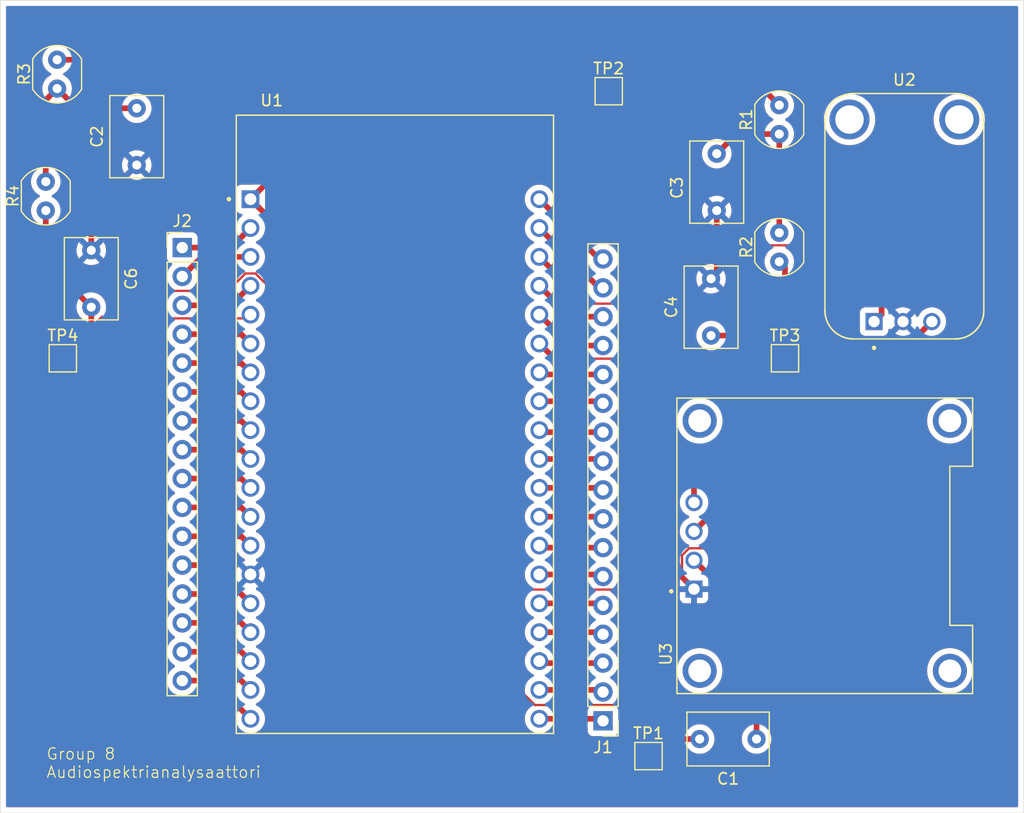
<source format=kicad_pcb>
(kicad_pcb (version 20240108) (generator "pcbnew") (generator_version "8.0")
  (layers (0 "F.Cu" signal) (31 "B.Cu" signal) (34 "B.Paste" user) (35 "F.Paste" user) (36 "B.SilkS" user "B.Silkscreen") (37 "F.SilkS" user "F.Silkscreen") (38 "B.Mask" user) (39 "F.Mask" user) (44 "Edge.Cuts" user))
  (net 0 "")
  (net 1 "Net-(U1-IO21)")
  (net 2 "Net-(J1-Pin_12)")
  (net 3 "Net-(J1-Pin_5)")
  (net 4 "Net-(J1-Pin_16)")
  (net 5 "Net-(J1-Pin_14)")
  (net 6 "Net-(J1-Pin_4)")
  (net 7 "Net-(J1-Pin_2)")
  (net 8 "Net-(J1-Pin_9)")
  (net 9 "Net-(J1-Pin_11)")
  (net 10 "Net-(J1-Pin_13)")
  (net 11 "Net-(J1-Pin_7)")
  (net 12 "Net-(J1-Pin_8)")
  (net 13 "Net-(J1-Pin_3)")
  (net 14 "Net-(J1-Pin_6)")
  (net 15 "Net-(J1-Pin_10)")
  (net 16 "Net-(J1-Pin_15)")
  (net 17 "Net-(J1-Pin_17)")
  (net 18 "Net-(J1-Pin_1)")
  (net 19 "Net-(J2-Pin_11)")
  (net 20 "Net-(J2-Pin_6)")
  (net 21 "Net-(J2-Pin_8)")
  (net 22 "Net-(J2-Pin_3)")
  (net 23 "Net-(J2-Pin_7)")
  (net 24 "Net-(J2-Pin_10)")
  (net 25 "Net-(J2-Pin_2)")
  (net 26 "Net-(J2-Pin_13)")
  (net 27 "Net-(J2-Pin_15)")
  (net 28 "Net-(J2-Pin_1)")
  (net 29 "Net-(J2-Pin_5)")
  (net 30 "Net-(J2-Pin_4)")
  (net 31 "Net-(J2-Pin_14)")
  (net 32 "Net-(J2-Pin_16)")
  (net 33 "Net-(J2-Pin_9)")
  (net 34 "Net-(J2-Pin_12)")
  (net 35 "Net-(U1-IO34)")
  (net 36 "Net-(U1-IO22)")
  (net 37 "Net-(U1-3V3)")
  (net 38 "Net-(U2-VCC)")
  (net 39 "Net-(U2-OUT)")
  (net 40 "Net-(U3-VCC_IN)")
  (net 41 "GND")
  (net 42 "Net-(C3-Pad1)")
  (net 43 "Net-(C2-Pad2)")
  (footprint "OptoDevice:R_LDR_4.9x4.2mm_P2.54mm_Vertical" (layer "F.Cu") (at 21.5 36.27 90)
    (property "Reference" "R3" (at 1.27 -2.9 -90) (layer "F.SilkS"))
    (property "Value" "R")
    (fp_line (start -0.05 -2.15) (end 2.6 -2.15) (stroke (width 0.12)) (layer "F.SilkS"))
    (fp_line (start -0.05 2.15) (end 2.6 2.15) (stroke (width 0.12)) (layer "F.SilkS"))
    (fp_arc (start 2.6 -2.15) (mid 3.788646 -0.016616) (end 2.628027 2.132145) (stroke (width 0.12)) (layer "F.SilkS"))
    (fp_arc (start -0.05 2.15) (mid -1.262424 0.01494) (end -0.075476 -2.134388) (stroke (width 0.12)) (layer "F.SilkS"))
    (pad "1" thru_hole circle (at 0 0 90) (size 1.6 1.6) (drill 0.8) (layers "*.Cu" "*.Mask") (net 43 "Net-(C2-Pad2)"))
    (pad "2" thru_hole circle (at 2.54 0 90) (size 1.6 1.6) (drill 0.8) (layers "*.Cu" "*.Mask") (net 39 "Net-(U2-OUT)"))
  )
  (footprint "1063:MODULE_1063" (layer "F.Cu") (at 96 47.5)
    (property "Reference" "U2" (at 0 -12 360) (layer "F.SilkS"))
    (property "Value" "1063")
    (fp_line (start -6.985 -8.295) (end -6.985 8.295) (stroke (width 0.127)) (layer "F.SilkS"))
    (fp_line (start -4.485 10.795) (end 4.485 10.795) (stroke (width 0.127)) (layer "F.SilkS"))
    (fp_line (start 4.485 -10.795) (end -4.485 -10.795) (stroke (width 0.127)) (layer "F.SilkS"))
    (fp_line (start 6.985 8.295) (end 6.985 -8.295) (stroke (width 0.127)) (layer "F.SilkS"))
    (fp_arc (start -6.985 -8.295) (mid -6.252767 -10.062767) (end -4.485 -10.795) (stroke (width 0.127)) (layer "F.SilkS"))
    (fp_arc (start -6.985 -8.295) (mid -6.252767 -10.062767) (end -4.485 -10.795) (stroke (width 0.127)) (layer "F.SilkS"))
    (fp_arc (start -4.485 10.795) (mid -6.252767 10.062767) (end -6.985 8.295) (stroke (width 0.127)) (layer "F.SilkS"))
    (fp_arc (start -4.485 10.795) (mid -6.252767 10.062767) (end -6.985 8.295) (stroke (width 0.127)) (layer "F.SilkS"))
    (fp_arc (start 4.485 -10.795) (mid 6.252767 -10.062767) (end 6.985 -8.295) (stroke (width 0.127)) (layer "F.SilkS"))
    (fp_arc (start 4.485 -10.795) (mid 6.252767 -10.062767) (end 6.985 -8.295) (stroke (width 0.127)) (layer "F.SilkS"))
    (fp_arc (start 6.985 8.295) (mid 6.252767 10.062767) (end 4.485 10.795) (stroke (width 0.127)) (layer "F.SilkS"))
    (fp_arc (start 6.985 8.295) (mid 6.252767 10.062767) (end 4.485 10.795) (stroke (width 0.127)) (layer "F.SilkS"))
    (fp_circle (center -2.667 11.5824) (end -2.567 11.5824) (stroke (width 0.2)) (fill none) (layer "F.SilkS"))
    (pad "1" thru_hole rect (at -2.667 9.271) (size 1.508 1.508) (drill 1) (layers "*.Cu" "*.Mask") (net 39 "Net-(U2-OUT)"))
    (pad "2" thru_hole circle (at -0.127 9.271) (size 1.508 1.508) (drill 1) (layers "*.Cu" "*.Mask") (net 41 "GND"))
    (pad "3" thru_hole circle (at 2.413 9.271) (size 1.508 1.508) (drill 1) (layers "*.Cu" "*.Mask") (net 38 "Net-(U2-VCC)"))
    (pad "S1" thru_hole circle (at -4.826 -8.509) (size 3.516 3.516) (drill 2.5) (layers "*.Cu" "*.Mask"))
    (pad "S2" thru_hole circle (at 4.826 -8.509) (size 3.516 3.516) (drill 2.5) (layers "*.Cu" "*.Mask"))
  )
  (footprint "TestPoint:TestPoint_Pad_2.0x2.0mm" (layer "F.Cu") (at 85.5 60)
    (property "Reference" "TP3" (at 0 -1.998 0) (layer "F.SilkS"))
    (property "Value" "TestPoint")
    (fp_line (start -1.2 -1.2) (end 1.2 -1.2) (stroke (width 0.12)) (layer "F.SilkS"))
    (fp_line (start -1.2 1.2) (end -1.2 -1.2) (stroke (width 0.12)) (layer "F.SilkS"))
    (fp_line (start 1.2 -1.2) (end 1.2 1.2) (stroke (width 0.12)) (layer "F.SilkS"))
    (fp_line (start 1.2 1.2) (end -1.2 1.2) (stroke (width 0.12)) (layer "F.SilkS"))
    (pad "1" smd rect (at 0 0) (size 2 2) (layers "F.Cu" "F.Mask") (net 38 "Net-(U2-VCC)"))
  )
  (footprint "TestPoint:TestPoint_Pad_2.0x2.0mm" (layer "F.Cu") (at 70 36.5)
    (property "Reference" "TP2" (at 0 -1.998 0) (layer "F.SilkS"))
    (property "Value" "TestPoint")
    (fp_line (start -1.2 -1.2) (end 1.2 -1.2) (stroke (width 0.12)) (layer "F.SilkS"))
    (fp_line (start -1.2 1.2) (end -1.2 -1.2) (stroke (width 0.12)) (layer "F.SilkS"))
    (fp_line (start 1.2 -1.2) (end 1.2 1.2) (stroke (width 0.12)) (layer "F.SilkS"))
    (fp_line (start 1.2 1.2) (end -1.2 1.2) (stroke (width 0.12)) (layer "F.SilkS"))
    (pad "1" smd rect (at 0 0) (size 2 2) (layers "F.Cu" "F.Mask") (net 37 "Net-(U1-3V3)"))
  )
  (footprint "OptoDevice:R_LDR_4.9x4.2mm_P2.54mm_Vertical" (layer "F.Cu") (at 85 40.27 90)
    (property "Reference" "R1" (at 1.27 -2.9 -90) (layer "F.SilkS"))
    (property "Value" "R")
    (fp_line (start -0.05 -2.15) (end 2.6 -2.15) (stroke (width 0.12)) (layer "F.SilkS"))
    (fp_line (start -0.05 2.15) (end 2.6 2.15) (stroke (width 0.12)) (layer "F.SilkS"))
    (fp_arc (start 2.6 -2.15) (mid 3.788646 -0.016616) (end 2.628027 2.132145) (stroke (width 0.12)) (layer "F.SilkS"))
    (fp_arc (start -0.05 2.15) (mid -1.262424 0.01494) (end -0.075476 -2.134388) (stroke (width 0.12)) (layer "F.SilkS"))
    (pad "1" thru_hole circle (at 0 0 90) (size 1.6 1.6) (drill 0.8) (layers "*.Cu" "*.Mask") (net 42 "Net-(C3-Pad1)"))
    (pad "2" thru_hole circle (at 2.54 0 90) (size 1.6 1.6) (drill 0.8) (layers "*.Cu" "*.Mask") (net 37 "Net-(U1-3V3)"))
  )
  (footprint "TestPoint:TestPoint_Pad_2.0x2.0mm" (layer "F.Cu") (at 73.5 95)
    (property "Reference" "TP1" (at 0 -2 0) (layer "F.SilkS"))
    (property "Value" "TestPoint")
    (fp_line (start -1.2 -1.2) (end 1.2 -1.2) (stroke (width 0.12)) (layer "F.SilkS"))
    (fp_line (start -1.2 1.2) (end -1.2 -1.2) (stroke (width 0.12)) (layer "F.SilkS"))
    (fp_line (start 1.2 -1.2) (end 1.2 1.2) (stroke (width 0.12)) (layer "F.SilkS"))
    (fp_line (start 1.2 1.2) (end -1.2 1.2) (stroke (width 0.12)) (layer "F.SilkS"))
    (pad "1" smd rect (at 0 0) (size 2 2) (layers "F.Cu" "F.Mask") (net 37 "Net-(U1-3V3)"))
  )
  (footprint "Capacitor_THT:C_Rect_L7.0mm_W4.5mm_P5.00mm" (layer "F.Cu") (at 28.5 43 90)
    (property "Reference" "C2" (at 2.5 -3.5 -90) (layer "F.SilkS"))
    (property "Value" "C")
    (fp_line (start 6.12 -2.37) (end 6.12 2.37) (stroke (width 0.12)) (layer "F.SilkS"))
    (fp_line (start -1.12 -2.37) (end 6.12 -2.37) (stroke (width 0.12)) (layer "F.SilkS"))
    (fp_line (start -1.12 -2.37) (end -1.12 2.37) (stroke (width 0.12)) (layer "F.SilkS"))
    (fp_line (start -1.12 2.37) (end 6.12 2.37) (stroke (width 0.12)) (layer "F.SilkS"))
    (pad "1" thru_hole circle (at 0 0 90) (size 1.6 1.6) (drill 0.8) (layers "*.Cu" "*.Mask") (net 41 "GND"))
    (pad "2" thru_hole circle (at 5 0 90) (size 1.6 1.6) (drill 0.8) (layers "*.Cu" "*.Mask") (net 43 "Net-(C2-Pad2)"))
  )
  (footprint "Capacitor_THT:C_Rect_L7.0mm_W4.5mm_P5.00mm" (layer "F.Cu") (at 24.5 50.5 -90)
    (property "Reference" "C6" (at 2.5 -3.5 90) (layer "F.SilkS"))
    (property "Value" "C")
    (fp_line (start -1.12 2.37) (end 6.12 2.37) (stroke (width 0.12)) (layer "F.SilkS"))
    (fp_line (start -1.12 -2.37) (end -1.12 2.37) (stroke (width 0.12)) (layer "F.SilkS"))
    (fp_line (start -1.12 -2.37) (end 6.12 -2.37) (stroke (width 0.12)) (layer "F.SilkS"))
    (fp_line (start 6.12 -2.37) (end 6.12 2.37) (stroke (width 0.12)) (layer "F.SilkS"))
    (pad "1" thru_hole circle (at 0 0 270) (size 1.6 1.6) (drill 0.8) (layers "*.Cu" "*.Mask") (net 41 "GND"))
    (pad "2" thru_hole circle (at 5 0 270) (size 1.6 1.6) (drill 0.8) (layers "*.Cu" "*.Mask") (net 35 "Net-(U1-IO34)"))
  )
  (footprint "Connector_PinHeader_2.54mm:PinHeader_1x16_P2.54mm_Vertical" (layer "F.Cu") (at 32.5 50.26)
    (property "Reference" "J2" (at 0 -2.33 0) (layer "F.SilkS"))
    (property "Value" "Conn_01x16_Pin")
    (fp_line (start -1.33 -1.33) (end 0 -1.33) (stroke (width 0.12)) (layer "F.SilkS"))
    (fp_line (start -1.33 0) (end -1.33 -1.33) (stroke (width 0.12)) (layer "F.SilkS"))
    (fp_line (start -1.33 1.27) (end -1.33 39.43) (stroke (width 0.12)) (layer "F.SilkS"))
    (fp_line (start -1.33 1.27) (end 1.33 1.27) (stroke (width 0.12)) (layer "F.SilkS"))
    (fp_line (start -1.33 39.43) (end 1.33 39.43) (stroke (width 0.12)) (layer "F.SilkS"))
    (fp_line (start 1.33 1.27) (end 1.33 39.43) (stroke (width 0.12)) (layer "F.SilkS"))
    (pad "1" thru_hole rect (at 0 0) (size 1.7 1.7) (drill 1) (layers "*.Cu" "*.Mask") (net 28 "Net-(J2-Pin_1)"))
    (pad "2" thru_hole oval (at 0 2.54) (size 1.7 1.7) (drill 1) (layers "*.Cu" "*.Mask") (net 25 "Net-(J2-Pin_2)"))
    (pad "3" thru_hole oval (at 0 5.08) (size 1.7 1.7) (drill 1) (layers "*.Cu" "*.Mask") (net 22 "Net-(J2-Pin_3)"))
    (pad "4" thru_hole oval (at 0 7.62) (size 1.7 1.7) (drill 1) (layers "*.Cu" "*.Mask") (net 30 "Net-(J2-Pin_4)"))
    (pad "5" thru_hole oval (at 0 10.16) (size 1.7 1.7) (drill 1) (layers "*.Cu" "*.Mask") (net 29 "Net-(J2-Pin_5)"))
    (pad "6" thru_hole oval (at 0 12.7) (size 1.7 1.7) (drill 1) (layers "*.Cu" "*.Mask") (net 20 "Net-(J2-Pin_6)"))
    (pad "7" thru_hole oval (at 0 15.24) (size 1.7 1.7) (drill 1) (layers "*.Cu" "*.Mask") (net 23 "Net-(J2-Pin_7)"))
    (pad "8" thru_hole oval (at 0 17.78) (size 1.7 1.7) (drill 1) (layers "*.Cu" "*.Mask") (net 21 "Net-(J2-Pin_8)"))
    (pad "9" thru_hole oval (at 0 20.32) (size 1.7 1.7) (drill 1) (layers "*.Cu" "*.Mask") (net 33 "Net-(J2-Pin_9)"))
    (pad "10" thru_hole oval (at 0 22.86) (size 1.7 1.7) (drill 1) (layers "*.Cu" "*.Mask") (net 24 "Net-(J2-Pin_10)"))
    (pad "11" thru_hole oval (at 0 25.4) (size 1.7 1.7) (drill 1) (layers "*.Cu" "*.Mask") (net 19 "Net-(J2-Pin_11)"))
    (pad "12" thru_hole oval (at 0 27.94) (size 1.7 1.7) (drill 1) (layers "*.Cu" "*.Mask") (net 34 "Net-(J2-Pin_12)"))
    (pad "13" thru_hole oval (at 0 30.48) (size 1.7 1.7) (drill 1) (layers "*.Cu" "*.Mask") (net 26 "Net-(J2-Pin_13)"))
    (pad "14" thru_hole oval (at 0 33.02) (size 1.7 1.7) (drill 1) (layers "*.Cu" "*.Mask") (net 31 "Net-(J2-Pin_14)"))
    (pad "15" thru_hole oval (at 0 35.56) (size 1.7 1.7) (drill 1) (layers "*.Cu" "*.Mask") (net 27 "Net-(J2-Pin_15)"))
    (pad "16" thru_hole oval (at 0 38.1) (size 1.7 1.7) (drill 1) (layers "*.Cu" "*.Mask") (net 32 "Net-(J2-Pin_16)"))
  )
  (footprint "Capacitor_THT:C_Rect_L7.0mm_W4.5mm_P5.00mm" (layer "F.Cu") (at 83 93.5 180)
    (property "Reference" "C1" (at 2.5 -3.5 180) (layer "F.SilkS"))
    (property "Value" "C")
    (fp_line (start 6.12 -2.37) (end 6.12 2.37) (stroke (width 0.12)) (layer "F.SilkS"))
    (fp_line (start -1.12 2.37) (end 6.12 2.37) (stroke (width 0.12)) (layer "F.SilkS"))
    (fp_line (start -1.12 -2.37) (end 6.12 -2.37) (stroke (width 0.12)) (layer "F.SilkS"))
    (fp_line (start -1.12 -2.37) (end -1.12 2.37) (stroke (width 0.12)) (layer "F.SilkS"))
    (pad "1" thru_hole circle (at 0 0 180) (size 1.6 1.6) (drill 0.8) (layers "*.Cu" "*.Mask") (net 40 "Net-(U3-VCC_IN)"))
    (pad "2" thru_hole circle (at 5 0 180) (size 1.6 1.6) (drill 0.8) (layers "*.Cu" "*.Mask") (net 37 "Net-(U1-3V3)"))
  )
  (footprint "OLED096:MODULE_DM-OLED096-636" (layer "F.Cu") (at 89 76.5 90)
    (property "Reference" "U3" (at -9.525 -13.97 -90) (layer "F.SilkS"))
    (property "Value" "DM-OLED096-636")
    (fp_line (start 13 -13) (end 13 13) (stroke (width 0.127)) (layer "F.SilkS"))
    (fp_line (start -13 -13) (end 13 -13) (stroke (width 0.127)) (layer "F.SilkS"))
    (fp_line (start 7 11) (end -7 11) (stroke (width 0.127)) (layer "F.SilkS"))
    (fp_line (start -7 11) (end -7 13) (stroke (width 0.127)) (layer "F.SilkS"))
    (fp_line (start 13 13) (end 7 13) (stroke (width 0.127)) (layer "F.SilkS"))
    (fp_line (start 7 13) (end 7 11) (stroke (width 0.127)) (layer "F.SilkS"))
    (fp_line (start -7 13) (end -13 13) (stroke (width 0.127)) (layer "F.SilkS"))
    (fp_line (start -13 13) (end -13 -13) (stroke (width 0.127)) (layer "F.SilkS"))
    (fp_circle (center -4 -13.5) (end -3.9 -13.5) (stroke (width 0.2)) (fill none) (layer "F.SilkS"))
    (pad "1" thru_hole rect (at -3.81 -11.5 90) (size 1.508 1.508) (drill 1) (layers "*.Cu" "*.Mask") (net 41 "GND"))
    (pad "2" thru_hole circle (at -1.27 -11.5 90) (size 1.508 1.508) (drill 1) (layers "*.Cu" "*.Mask") (net 40 "Net-(U3-VCC_IN)"))
    (pad "3" thru_hole circle (at 1.27 -11.5 90) (size 1.508 1.508) (drill 1) (layers "*.Cu" "*.Mask") (net 36 "Net-(U1-IO22)"))
    (pad "4" thru_hole circle (at 3.81 -11.5 90) (size 1.508 1.508) (drill 1) (layers "*.Cu" "*.Mask") (net 1 "Net-(U1-IO21)"))
    (pad "S1" thru_hole circle (at -11 -11 90) (size 3 3) (drill 2) (layers "*.Cu" "*.Mask"))
    (pad "S2" thru_hole circle (at 11 -11 90) (size 3 3) (drill 2) (layers "*.Cu" "*.Mask"))
    (pad "S3" thru_hole circle (at 11 11 90) (size 3 3) (drill 2) (layers "*.Cu" "*.Mask"))
    (pad "S4" thru_hole circle (at -11 11 90) (size 3 3) (drill 2) (layers "*.Cu" "*.Mask"))
  )
  (footprint "OptoDevice:R_LDR_4.9x4.2mm_P2.54mm_Vertical" (layer "F.Cu") (at 85 51.5 90)
    (property "Reference" "R2" (at 1.27 -2.9 -90) (layer "F.SilkS"))
    (property "Value" "R")
    (fp_line (start -0.05 -2.15) (end 2.6 -2.15) (stroke (width 0.12)) (layer "F.SilkS"))
    (fp_line (start -0.05 2.15) (end 2.6 2.15) (stroke (width 0.12)) (layer "F.SilkS"))
    (fp_arc (start 2.6 -2.15) (mid 3.788646 -0.016616) (end 2.628027 2.132145) (stroke (width 0.12)) (layer "F.SilkS"))
    (fp_arc (start -0.05 2.15) (mid -1.262424 0.01494) (end -0.075476 -2.134388) (stroke (width 0.12)) (layer "F.SilkS"))
    (pad "1" thru_hole circle (at 0 0 90) (size 1.6 1.6) (drill 0.8) (layers "*.Cu" "*.Mask") (net 38 "Net-(U2-VCC)"))
    (pad "2" thru_hole circle (at 2.54 0 90) (size 1.6 1.6) (drill 0.8) (layers "*.Cu" "*.Mask") (net 42 "Net-(C3-Pad1)"))
  )
  (footprint "OptoDevice:R_LDR_4.9x4.2mm_P2.54mm_Vertical" (layer "F.Cu") (at 20.5 47 90)
    (property "Reference" "R4" (at 1.27 -2.9 -90) (layer "F.SilkS"))
    (property "Value" "R")
    (fp_line (start -0.05 -2.15) (end 2.6 -2.15) (stroke (width 0.12)) (layer "F.SilkS"))
    (fp_line (start -0.05 2.15) (end 2.6 2.15) (stroke (width 0.12)) (layer "F.SilkS"))
    (fp_arc (start 2.6 -2.15) (mid 3.788646 -0.016616) (end 2.628027 2.132145) (stroke (width 0.12)) (layer "F.SilkS"))
    (fp_arc (start -0.05 2.15) (mid -1.262424 0.01494) (end -0.075476 -2.134388) (stroke (width 0.12)) (layer "F.SilkS"))
    (pad "1" thru_hole circle (at 0 0 90) (size 1.6 1.6) (drill 0.8) (layers "*.Cu" "*.Mask") (net 35 "Net-(U1-IO34)"))
    (pad "2" thru_hole circle (at 2.54 0 90) (size 1.6 1.6) (drill 0.8) (layers "*.Cu" "*.Mask") (net 43 "Net-(C2-Pad2)"))
  )
  (footprint "Capacitor_THT:C_Rect_L7.0mm_W4.5mm_P5.00mm" (layer "F.Cu") (at 79 58 90)
    (property "Reference" "C4" (at 2.5 -3.5 -90) (layer "F.SilkS"))
    (property "Value" "C")
    (fp_line (start 6.12 -2.37) (end 6.12 2.37) (stroke (width 0.12)) (layer "F.SilkS"))
    (fp_line (start -1.12 -2.37) (end 6.12 -2.37) (stroke (width 0.12)) (layer "F.SilkS"))
    (fp_line (start -1.12 -2.37) (end -1.12 2.37) (stroke (width 0.12)) (layer "F.SilkS"))
    (fp_line (start -1.12 2.37) (end 6.12 2.37) (stroke (width 0.12)) (layer "F.SilkS"))
    (pad "1" thru_hole circle (at 0 0 90) (size 1.6 1.6) (drill 0.8) (layers "*.Cu" "*.Mask") (net 38 "Net-(U2-VCC)"))
    (pad "2" thru_hole circle (at 5 0 90) (size 1.6 1.6) (drill 0.8) (layers "*.Cu" "*.Mask") (net 41 "GND"))
  )
  (footprint "Capacitor_THT:C_Rect_L7.0mm_W4.5mm_P5.00mm" (layer "F.Cu") (at 79.5 42 -90)
    (property "Reference" "C3" (at 3 3.5 90) (layer "F.SilkS"))
    (property "Value" "C")
    (fp_line (start -1.12 2.37) (end 6.12 2.37) (stroke (width 0.12)) (layer "F.SilkS"))
    (fp_line (start -1.12 -2.37) (end -1.12 2.37) (stroke (width 0.12)) (layer "F.SilkS"))
    (fp_line (start -1.12 -2.37) (end 6.12 -2.37) (stroke (width 0.12)) (layer "F.SilkS"))
    (fp_line (start 6.12 -2.37) (end 6.12 2.37) (stroke (width 0.12)) (layer "F.SilkS"))
    (pad "1" thru_hole circle (at 0 0 270) (size 1.6 1.6) (drill 0.8) (layers "*.Cu" "*.Mask") (net 42 "Net-(C3-Pad1)"))
    (pad "2" thru_hole circle (at 5 0 270) (size 1.6 1.6) (drill 0.8) (layers "*.Cu" "*.Mask") (net 41 "GND"))
  )
  (footprint "Connector_PinHeader_2.54mm:PinHeader_1x17_P2.54mm_Vertical" (layer "F.Cu") (at 69.5 91.9 180)
    (property "Reference" "J1" (at 0 -2.33 180) (layer "F.SilkS"))
    (property "Value" "Conn_01x17_Pin")
    (fp_line (start 1.33 1.27) (end 1.33 41.97) (stroke (width 0.12)) (layer "F.SilkS"))
    (fp_line (start -1.33 41.97) (end 1.33 41.97) (stroke (width 0.12)) (layer "F.SilkS"))
    (fp_line (start -1.33 1.27) (end 1.33 1.27) (stroke (width 0.12)) (layer "F.SilkS"))
    (fp_line (start -1.33 1.27) (end -1.33 41.97) (stroke (width 0.12)) (layer "F.SilkS"))
    (fp_line (start -1.33 0) (end -1.33 -1.33) (stroke (width 0.12)) (layer "F.SilkS"))
    (fp_line (start -1.33 -1.33) (end 0 -1.33) (stroke (width 0.12)) (layer "F.SilkS"))
    (pad "1" thru_hole rect (at 0 0 180) (size 1.7 1.7) (drill 1) (layers "*.Cu" "*.Mask") (net 18 "Net-(J1-Pin_1)"))
    (pad "2" thru_hole oval (at 0 2.54 180) (size 1.7 1.7) (drill 1) (layers "*.Cu" "*.Mask") (net 7 "Net-(J1-Pin_2)"))
    (pad "3" thru_hole oval (at 0 5.08 180) (size 1.7 1.7) (drill 1) (layers "*.Cu" "*.Mask") (net 13 "Net-(J1-Pin_3)"))
    (pad "4" thru_hole oval (at 0 7.62 180) (size 1.7 1.7) (drill 1) (layers "*.Cu" "*.Mask") (net 6 "Net-(J1-Pin_4)"))
    (pad "5" thru_hole oval (at 0 10.16 180) (size 1.7 1.7) (drill 1) (layers "*.Cu" "*.Mask") (net 3 "Net-(J1-Pin_5)"))
    (pad "6" thru_hole oval (at 0 12.7 180) (size 1.7 1.7) (drill 1) (layers "*.Cu" "*.Mask") (net 14 "Net-(J1-Pin_6)"))
    (pad "7" thru_hole oval (at 0 15.24 180) (size 1.7 1.7) (drill 1) (layers "*.Cu" "*.Mask") (net 11 "Net-(J1-Pin_7)"))
    (pad "8" thru_hole oval (at 0 17.78 180) (size 1.7 1.7) (drill 1) (layers "*.Cu" "*.Mask") (net 12 "Net-(J1-Pin_8)"))
    (pad "9" thru_hole oval (at 0 20.32 180) (size 1.7 1.7) (drill 1) (layers "*.Cu" "*.Mask") (net 8 "Net-(J1-Pin_9)"))
    (pad "10" thru_hole oval (at 0 22.86 180) (size 1.7 1.7) (drill 1) (layers "*.Cu" "*.Mask") (net 15 "Net-(J1-Pin_10)"))
    (pad "11" thru_hole oval (at 0 25.4 180) (size 1.7 1.7) (drill 1) (layers "*.Cu" "*.Mask") (net 9 "Net-(J1-Pin_11)"))
    (pad "12" thru_hole oval (at 0 27.94 180) (size 1.7 1.7) (drill 1) (layers "*.Cu" "*.Mask") (net 2 "Net-(J1-Pin_12)"))
    (pad "13" thru_hole oval (at 0 30.48 180) (size 1.7 1.7) (drill 1) (layers "*.Cu" "*.Mask") (net 10 "Net-(J1-Pin_13)"))
    (pad "14" thru_hole oval (at 0 33.02 180) (size 1.7 1.7) (drill 1) (layers "*.Cu" "*.Mask") (net 5 "Net-(J1-Pin_14)"))
    (pad "15" thru_hole oval (at 0 35.56 180) (size 1.7 1.7) (drill 1) (layers "*.Cu" "*.Mask") (net 16 "Net-(J1-Pin_15)"))
    (pad "16" thru_hole oval (at 0 38.1 180) (size 1.7 1.7) (drill 1) (layers "*.Cu" "*.Mask") (net 4 "Net-(J1-Pin_16)"))
    (pad "17" thru_hole oval (at 0 40.64 180) (size 1.7 1.7) (drill 1) (layers "*.Cu" "*.Mask") (net 17 "Net-(J1-Pin_17)"))
  )
  (footprint "TestPoint:TestPoint_Pad_2.0x2.0mm" (layer "F.Cu") (at 22 60)
    (property "Reference" "TP4" (at 0 -1.998 0) (layer "F.SilkS"))
    (property "Value" "TestPoint")
    (fp_line (start -1.2 -1.2) (end 1.2 -1.2) (stroke (width 0.12)) (layer "F.SilkS"))
    (fp_line (start -1.2 1.2) (end -1.2 -1.2) (stroke (width 0.12)) (layer "F.SilkS"))
    (fp_line (start 1.2 -1.2) (end 1.2 1.2) (stroke (width 0.12)) (layer "F.SilkS"))
    (fp_line (start 1.2 1.2) (end -1.2 1.2) (stroke (width 0.12)) (layer "F.SilkS"))
    (pad "1" smd rect (at 0 0) (size 2 2) (layers "F.Cu" "F.Mask") (net 35 "Net-(U1-IO34)"))
  )
  (footprint "ESP32-DEVKITC-32D:MODULE_ESP32-DEVKITC-32D" (layer "F.Cu") (at 51.2 65.76)
    (property "Reference" "U1" (at -10.829175 -28.446045 0) (layer "F.SilkS") (effects (font (size 1.000386 1.000386))))
    (property "Value" "ESP32-DEVKITC-32D")
    (fp_line (start -13.95 -27.15) (end 13.95 -27.15) (stroke (width 0.127)) (layer "F.SilkS"))
    (fp_line (start -13.95 27.25) (end -13.95 -27.15) (stroke (width 0.127)) (layer "F.SilkS"))
    (fp_line (start 13.95 -27.15) (end 13.95 27.25) (stroke (width 0.127)) (layer "F.SilkS"))
    (fp_line (start 13.95 27.25) (end -13.95 27.25) (stroke (width 0.127)) (layer "F.SilkS"))
    (fp_circle (center -14.6 -19.76) (end -14.5 -19.76) (stroke (width 0.2)) (fill none) (layer "F.SilkS"))
    (pad "J2-1" thru_hole rect (at -12.7 -19.76) (size 1.56 1.56) (drill 1.04) (layers "*.Cu" "*.Mask") (net 37 "Net-(U1-3V3)"))
    (pad "J2-2" thru_hole circle (at -12.7 -17.22) (size 1.56 1.56) (drill 1.04) (layers "*.Cu" "*.Mask") (net 28 "Net-(J2-Pin_1)"))
    (pad "J2-3" thru_hole circle (at -12.7 -14.68) (size 1.56 1.56) (drill 1.04) (layers "*.Cu" "*.Mask") (net 25 "Net-(J2-Pin_2)"))
    (pad "J2-4" thru_hole circle (at -12.7 -12.14) (size 1.56 1.56) (drill 1.04) (layers "*.Cu" "*.Mask") (net 22 "Net-(J2-Pin_3)"))
    (pad "J2-5" thru_hole circle (at -12.7 -9.6) (size 1.56 1.56) (drill 1.04) (layers "*.Cu" "*.Mask") (net 35 "Net-(U1-IO34)"))
    (pad "J2-6" thru_hole circle (at -12.7 -7.06) (size 1.56 1.56) (drill 1.04) (layers "*.Cu" "*.Mask") (net 30 "Net-(J2-Pin_4)"))
    (pad "J2-7" thru_hole circle (at -12.7 -4.52) (size 1.56 1.56) (drill 1.04) (layers "*.Cu" "*.Mask") (net 29 "Net-(J2-Pin_5)"))
    (pad "J2-8" thru_hole circle (at -12.7 -1.98) (size 1.56 1.56) (drill 1.04) (layers "*.Cu" "*.Mask") (net 20 "Net-(J2-Pin_6)"))
    (pad "J2-9" thru_hole circle (at -12.7 0.56) (size 1.56 1.56) (drill 1.04) (layers "*.Cu" "*.Mask") (net 23 "Net-(J2-Pin_7)"))
    (pad "J2-10" thru_hole circle (at -12.7 3.1) (size 1.56 1.56) (drill 1.04) (layers "*.Cu" "*.Mask") (net 21 "Net-(J2-Pin_8)"))
    (pad "J2-11" thru_hole circle (at -12.7 5.64) (size 1.56 1.56) (drill 1.04) (layers "*.Cu" "*.Mask") (net 33 "Net-(J2-Pin_9)"))
    (pad "J2-12" thru_hole circle (at -12.7 8.18) (size 1.56 1.56) (drill 1.04) (layers "*.Cu" "*.Mask") (net 24 "Net-(J2-Pin_10)"))
    (pad "J2-13" thru_hole circle (at -12.7 10.72) (size 1.56 1.56) (drill 1.04) (layers "*.Cu" "*.Mask") (net 19 "Net-(J2-Pin_11)"))
    (pad "J2-14" thru_hole circle (at -12.7 13.26) (size 1.56 1.56) (drill 1.04) (layers "*.Cu" "*.Mask") (net 41 "GND"))
    (pad "J2-15" thru_hole circle (at -12.7 15.8) (size 1.56 1.56) (drill 1.04) (layers "*.Cu" "*.Mask") (net 34 "Net-(J2-Pin_12)"))
    (pad "J2-16" thru_hole circle (at -12.7 18.34) (size 1.56 1.56) (drill 1.04) (layers "*.Cu" "*.Mask") (net 26 "Net-(J2-Pin_13)"))
    (pad "J2-17" thru_hole circle (at -12.7 20.88) (size 1.56 1.56) (drill 1.04) (layers "*.Cu" "*.Mask") (net 31 "Net-(J2-Pin_14)"))
    (pad "J2-18" thru_hole circle (at -12.7 23.42) (size 1.56 1.56) (drill 1.04) (layers "*.Cu" "*.Mask") (net 27 "Net-(J2-Pin_15)"))
    (pad "J2-19" thru_hole circle (at -12.7 25.96) (size 1.56 1.56) (drill 1.04) (layers "*.Cu" "*.Mask") (net 32 "Net-(J2-Pin_16)"))
    (pad "J3-1" thru_hole circle (at 12.7 -19.76) (size 1.56 1.56) (drill 1.04) (layers "*.Cu" "*.Mask") (net 17 "Net-(J1-Pin_17)"))
    (pad "J3-2" thru_hole circle (at 12.7 -17.22) (size 1.56 1.56) (drill 1.04) (layers "*.Cu" "*.Mask") (net 4 "Net-(J1-Pin_16)"))
    (pad "J3-3" thru_hole circle (at 12.7 -14.68) (size 1.56 1.56) (drill 1.04) (layers "*.Cu" "*.Mask") (net 36 "Net-(U1-IO22)"))
    (pad "J3-4" thru_hole circle (at 12.7 -12.14) (size 1.56 1.56) (drill 1.04) (layers "*.Cu" "*.Mask") (net 16 "Net-(J1-Pin_15)"))
    (pad "J3-5" thru_hole circle (at 12.7 -9.6) (size 1.56 1.56) (drill 1.04) (layers "*.Cu" "*.Mask") (net 5 "Net-(J1-Pin_14)"))
    (pad "J3-6" thru_hole circle (at 12.7 -7.06) (size 1.56 1.56) (drill 1.04) (layers "*.Cu" "*.Mask") (net 1 "Net-(U1-IO21)"))
    (pad "J3-7" thru_hole circle (at 12.7 -4.52) (size 1.56 1.56) (drill 1.04) (layers "*.Cu" "*.Mask") (net 10 "Net-(J1-Pin_13)"))
    (pad "J3-8" thru_hole circle (at 12.7 -1.98) (size 1.56 1.56) (drill 1.04) (layers "*.Cu" "*.Mask") (net 2 "Net-(J1-Pin_12)"))
    (pad "J3-9" thru_hole circle (at 12.7 0.56) (size 1.56 1.56) (drill 1.04) (layers "*.Cu" "*.Mask") (net 9 "Net-(J1-Pin_11)"))
    (pad "J3-10" thru_hole circle (at 12.7 3.1) (size 1.56 1.56) (drill 1.04) (layers "*.Cu" "*.Mask") (net 15 "Net-(J1-Pin_10)"))
    (pad "J3-11" thru_hole circle (at 12.7 5.64) (size 1.56 1.56) (drill 1.04) (layers "*.Cu" "*.Mask") (net 8 "Net-(J1-Pin_9)"))
    (pad "J3-12" thru_hole circle (at 12.7 8.18) (size 1.56 1.56) (drill 1.04) (layers "*.Cu" "*.Mask") (net 12 "Net-(J1-Pin_8)"))
    (pad "J3-13" thru_hole circle (at 12.7 10.72) (size 1.56 1.56) (drill 1.04) (layers "*.Cu" "*.Mask") (net 11 "Net-(J1-Pin_7)"))
    (pad "J3-14" thru_hole circle (at 12.7 13.26) (size 1.56 1.56) (drill 1.04) (layers "*.Cu" "*.Mask") (net 14 "Net-(J1-Pin_6)"))
    (pad "J3-15" thru_hole circle (at 12.7 15.8) (size 1.56 1.56) (drill 1.04) (layers "*.Cu" "*.Mask") (net 3 "Net-(J1-Pin_5)"))
    (pad "J3-16" thru_hole circle (at 12.7 18.34) (size 1.56 1.56) (drill 1.04) (layers "*.Cu" "*.Mask") (net 6 "Net-(J1-Pin_4)"))
    (pad "J3-17" thru_hole circle (at 12.7 20.88) (size 1.56 1.56) (drill 1.04) (layers "*.Cu" "*.Mask") (net 13 "Net-(J1-Pin_3)"))
    (pad "J3-18" thru_hole circle (at 12.7 23.42) (size 1.56 1.56) (drill 1.04) (layers "*.Cu" "*.Mask") (net 7 "Net-(J1-Pin_2)"))
    (pad "J3-19" thru_hole circle (at 12.7 25.96) (size 1.56 1.56) (drill 1.04) (layers "*.Cu" "*.Mask") (net 18 "Net-(J1-Pin_1)"))
  )
  (gr_rect (start 16.5 28.5) (end 106.5 100) (stroke (width 0.05)) (fill none) (layer "Edge.Cuts"))
  (gr_text "Group 8\nAudiospektrianalysaattori" (at 20.5 97 0) (layer "F.SilkS") (effects (font (size 1 1) (thickness 0.1)) (justify left bottom)))
  (segment (start 76.5 67.5) (end 75 66) (width 0.2) (layer "F.Cu") (net 1))
  (segment (start 77.5 67.793654) (end 77.206346 67.5) (width 0.2) (layer "F.Cu") (net 1))
  (segment (start 65.23 60.03) (end 63.9 58.7) (width 0.5) (layer "F.Cu") (net 1))
  (segment (start 75 66) (end 75 64) (width 0.5) (layer "F.Cu") (net 1))
  (segment (start 75 64) (end 71.03 60.03) (width 0.5) (layer "F.Cu") (net 1))
  (segment (start 77.5 72.69) (end 77.5 67.793654) (width 0.5) (layer "F.Cu") (net 1))
  (segment (start 71.03 60.03) (end 65.23 60.03) (width 0.2) (layer "F.Cu") (net 1))
  (segment (start 77.206346 67.5) (end 76.5 67.5) (width 0.2) (layer "F.Cu") (net 1))
  (segment (start 64.16 64.04) (end 63.9 63.78) (width 0.5) (layer "F.Cu") (net 2))
  (segment (start 63.9 63.78) (end 69.32 63.78) (width 0.5) (layer "F.Cu") (net 2))
  (segment (start 69.32 63.78) (end 69.5 63.96) (width 0.5) (layer "F.Cu") (net 2))
  (segment (start 64.16 81.82) (end 63.9 81.56) (width 0.5) (layer "F.Cu") (net 3))
  (segment (start 69.32 81.56) (end 69.5 81.74) (width 0.5) (layer "F.Cu") (net 3))
  (segment (start 63.9 81.56) (end 69.32 81.56) (width 0.5) (layer "F.Cu") (net 3))
  (segment (start 63.9 48.54) (end 69.16 53.8) (width 0.5) (layer "F.Cu") (net 4))
  (segment (start 69.16 53.8) (end 69.5 53.8) (width 0.5) (layer "F.Cu") (net 4))
  (segment (start 63.9 56.16) (end 66.62 58.88) (width 0.5) (layer "F.Cu") (net 5))
  (segment (start 66.62 58.88) (end 69.5 58.88) (width 0.5) (layer "F.Cu") (net 5))
  (segment (start 63.9 84.1) (end 69.32 84.1) (width 0.5) (layer "F.Cu") (net 6))
  (segment (start 64.16 84.36) (end 63.9 84.1) (width 0.5) (layer "F.Cu") (net 6))
  (segment (start 69.32 84.1) (end 69.5 84.28) (width 0.5) (layer "F.Cu") (net 6))
  (segment (start 63.9 89.18) (end 69.32 89.18) (width 0.5) (layer "F.Cu") (net 7))
  (segment (start 69.32 89.18) (end 69.5 89.36) (width 0.5) (layer "F.Cu") (net 7))
  (segment (start 64.16 89.44) (end 63.9 89.18) (width 0.5) (layer "F.Cu") (net 7))
  (segment (start 64.16 71.66) (end 63.9 71.4) (width 0.5) (layer "F.Cu") (net 8))
  (segment (start 69.32 71.4) (end 69.5 71.58) (width 0.5) (layer "F.Cu") (net 8))
  (segment (start 63.9 71.4) (end 69.32 71.4) (width 0.5) (layer "F.Cu") (net 8))
  (segment (start 64.18 66.32) (end 64.36 66.5) (width 0.5) (layer "F.Cu") (net 9))
  (segment (start 64.36 66.5) (end 69.5 66.5) (width 0.5) (layer "F.Cu") (net 9))
  (segment (start 63.9 66.32) (end 64.18 66.32) (width 0.5) (layer "F.Cu") (net 9))
  (segment (start 64.16 66.58) (end 63.9 66.32) (width 0.5) (layer "F.Cu") (net 9))
  (segment (start 64.16 61.5) (end 63.9 61.24) (width 0.5) (layer "F.Cu") (net 10))
  (segment (start 69.5 61.42) (end 64.08 61.42) (width 0.5) (layer "F.Cu") (net 10))
  (segment (start 64.08 61.42) (end 63.9 61.24) (width 0.5) (layer "F.Cu") (net 10))
  (segment (start 64.16 76.74) (end 63.9 76.48) (width 0.5) (layer "F.Cu") (net 11))
  (segment (start 63.9 76.48) (end 64.08 76.66) (width 0.5) (layer "F.Cu") (net 11))
  (segment (start 64.08 76.66) (end 69.5 76.66) (width 0.5) (layer "F.Cu") (net 11))
  (segment (start 64.16 74.2) (end 63.9 73.94) (width 0.5) (layer "F.Cu") (net 12))
  (segment (start 69.32 73.94) (end 69.5 74.12) (width 0.5) (layer "F.Cu") (net 12))
  (segment (start 63.9 73.94) (end 69.32 73.94) (width 0.5) (layer "F.Cu") (net 12))
  (segment (start 64.16 86.9) (end 63.9 86.64) (width 0.5) (layer "F.Cu") (net 13))
  (segment (start 63.9 86.64) (end 64.08 86.82) (width 0.5) (layer "F.Cu") (net 13))
  (segment (start 64.08 86.82) (end 69.5 86.82) (width 0.5) (layer "F.Cu") (net 13))
  (segment (start 63.9 79.02) (end 69.32 79.02) (width 0.5) (layer "F.Cu") (net 14))
  (segment (start 64.16 79.28) (end 63.9 79.02) (width 0.5) (layer "F.Cu") (net 14))
  (segment (start 69.32 79.02) (end 69.5 79.2) (width 0.5) (layer "F.Cu") (net 14))
  (segment (start 69.32 68.86) (end 69.5 69.04) (width 0.5) (layer "F.Cu") (net 15))
  (segment (start 63.9 68.86) (end 69.32 68.86) (width 0.5) (layer "F.Cu") (net 15))
  (segment (start 64.16 69.12) (end 63.9 68.86) (width 0.5) (layer "F.Cu") (net 15))
  (segment (start 69.5 56.34) (end 66.62 56.34) (width 0.5) (layer "F.Cu") (net 16))
  (segment (start 66.62 56.34) (end 63.9 53.62) (width 0.5) (layer "F.Cu") (net 16))
  (segment (start 63.9 46) (end 69.16 51.26) (width 0.5) (layer "F.Cu") (net 17))
  (segment (start 69.16 51.26) (end 69.5 51.26) (width 0.5) (layer "F.Cu") (net 17))
  (segment (start 69.32 91.72) (end 69.5 91.9) (width 0.5) (layer "F.Cu") (net 18))
  (segment (start 64.16 91.98) (end 63.9 91.72) (width 0.5) (layer "F.Cu") (net 18))
  (segment (start 63.9 91.72) (end 69.32 91.72) (width 0.5) (layer "F.Cu") (net 18))
  (segment (start 37.68 75.66) (end 38.5 76.48) (width 0.5) (layer "F.Cu") (net 19))
  (segment (start 32.5 75.66) (end 37.68 75.66) (width 0.5) (layer "F.Cu") (net 19))
  (segment (start 38.42 76.4) (end 38.5 76.48) (width 0.5) (layer "F.Cu") (net 19))
  (segment (start 37.68 62.96) (end 38.5 63.78) (width 0.5) (layer "F.Cu") (net 20))
  (segment (start 32.5 62.96) (end 37.68 62.96) (width 0.5) (layer "F.Cu") (net 20))
  (segment (start 38.42 63.7) (end 38.5 63.78) (width 0.5) (layer "F.Cu") (net 20))
  (segment (start 32.5 68.04) (end 37.68 68.04) (width 0.5) (layer "F.Cu") (net 21))
  (segment (start 37.68 68.04) (end 38.5 68.86) (width 0.5) (layer "F.Cu") (net 21))
  (segment (start 38.42 68.78) (end 38.5 68.86) (width 0.5) (layer "F.Cu") (net 21))
  (segment (start 32.5 55.34) (end 36.78 55.34) (width 0.5) (layer "F.Cu") (net 22))
  (segment (start 36.78 55.34) (end 38.5 53.62) (width 0.5) (layer "F.Cu") (net 22))
  (segment (start 38.42 66.24) (end 38.5 66.32) (width 0.5) (layer "F.Cu") (net 23))
  (segment (start 32.5 65.5) (end 37.68 65.5) (width 0.5) (layer "F.Cu") (net 23))
  (segment (start 37.68 65.5) (end 38.5 66.32) (width 0.5) (layer "F.Cu") (net 23))
  (segment (start 38.42 73.86) (end 38.5 73.94) (width 0.5) (layer "F.Cu") (net 24))
  (segment (start 37.68 73.12) (end 38.5 73.94) (width 0.5) (layer "F.Cu") (net 24))
  (segment (start 32.5 73.12) (end 37.68 73.12) (width 0.5) (layer "F.Cu") (net 24))
  (segment (start 34.22 51.08) (end 38.5 51.08) (width 0.5) (layer "F.Cu") (net 25))
  (segment (start 32.5 52.8) (end 34.22 51.08) (width 0.5) (layer "F.Cu") (net 25))
  (segment (start 32.5 80.74) (end 35.14 80.74) (width 0.5) (layer "F.Cu") (net 26))
  (segment (start 35.14 80.74) (end 38.5 84.1) (width 0.5) (layer "F.Cu") (net 26))
  (segment (start 35.14 85.82) (end 38.5 89.18) (width 0.5) (layer "F.Cu") (net 27))
  (segment (start 32.5 85.82) (end 35.14 85.82) (width 0.5) (layer "F.Cu") (net 27))
  (segment (start 36.78 50.26) (end 38.5 48.54) (width 0.5) (layer "F.Cu") (net 28))
  (segment (start 32.5 50.26) (end 36.78 50.26) (width 0.5) (layer "F.Cu") (net 28))
  (segment (start 37.68 60.42) (end 38.5 61.24) (width 0.5) (layer "F.Cu") (net 29))
  (segment (start 32.5 60.42) (end 37.68 60.42) (width 0.5) (layer "F.Cu") (net 29))
  (segment (start 38.42 61.16) (end 38.5 61.24) (width 0.5) (layer "F.Cu") (net 29))
  (segment (start 32.5 57.88) (end 37.68 57.88) (width 0.5) (layer "F.Cu") (net 30))
  (segment (start 38.42 58.62) (end 38.5 58.7) (width 0.5) (layer "F.Cu") (net 30))
  (segment (start 37.68 57.88) (end 38.5 58.7) (width 0.5) (layer "F.Cu") (net 30))
  (segment (start 32.5 83.28) (end 35.14 83.28) (width 0.5) (layer "F.Cu") (net 31))
  (segment (start 35.14 83.28) (end 38.5 86.64) (width 0.5) (layer "F.Cu") (net 31))
  (segment (start 35.14 88.36) (end 38.5 91.72) (width 0.5) (layer "F.Cu") (net 32))
  (segment (start 32.5 88.36) (end 35.14 88.36) (width 0.5) (layer "F.Cu") (net 32))
  (segment (start 32.5 70.58) (end 37.68 70.58) (width 0.5) (layer "F.Cu") (net 33))
  (segment (start 38.42 71.32) (end 38.5 71.4) (width 0.5) (layer "F.Cu") (net 33))
  (segment (start 37.68 70.58) (end 38.5 71.4) (width 0.5) (layer "F.Cu") (net 33))
  (segment (start 32.5 78.2) (end 35.14 78.2) (width 0.5) (layer "F.Cu") (net 34))
  (segment (start 35.14 78.2) (end 38.5 81.56) (width 0.5) (layer "F.Cu") (net 34))
  (segment (start 38.5 56.16) (end 38.17 56.49) (width 0.5) (layer "F.Cu") (net 35))
  (segment (start 20.5 51.5) (end 20.5 47) (width 0.5) (layer "F.Cu") (net 35))
  (segment (start 38.17 56.49) (end 25.51 56.49) (width 0.2) (layer "F.Cu") (net 35))
  (segment (start 24.5 57.5) (end 22 60) (width 0.5) (layer "F.Cu") (net 35))
  (segment (start 24.5 55.5) (end 24.5 57.5) (width 0.5) (layer "F.Cu") (net 35))
  (segment (start 25.51 56.49) (end 22 60) (width 0.5) (layer "F.Cu") (net 35))
  (segment (start 24.5 55.5) (end 20.5 51.5) (width 0.5) (layer "F.Cu") (net 35))
  (segment (start 81 71.73) (end 77.5 75.23) (width 0.5) (layer "F.Cu") (net 36))
  (segment (start 63.9 51.08) (end 68.01 55.19) (width 0.5) (layer "F.Cu") (net 36))
  (segment (start 70.69 55.19) (end 71.19 55.19) (width 0.5) (layer "F.Cu") (net 36))
  (segment (start 68.01 55.19) (end 70.69 55.19) (width 0.2) (layer "F.Cu") (net 36))
  (segment (start 81 65) (end 81 71.73) (width 0.5) (layer "F.Cu") (net 36))
  (segment (start 71.19 55.19) (end 81 65) (width 0.5) (layer "F.Cu") (net 36))
  (segment (start 42.5 50) (end 38.5 46) (width 0.5) (layer "F.Cu") (net 37))
  (segment (start 78 93.5) (end 75 93.5) (width 0.5) (layer "F.Cu") (net 37))
  (segment (start 63.5 95) (end 42.5 74) (width 0.5) (layer "F.Cu") (net 37))
  (segment (start 83.77 36.5) (end 85 37.73) (width 0.5) (layer "F.Cu") (net 37))
  (segment (start 70 36.5) (end 48 36.5) (width 0.5) (layer "F.Cu") (net 37))
  (segment (start 70 36.5) (end 83.77 36.5) (width 0.5) (layer "F.Cu") (net 37))
  (segment (start 48 36.5) (end 38.5 46) (width 0.5) (layer "F.Cu") (net 37))
  (segment (start 42.5 74) (end 42.5 50) (width 0.5) (layer "F.Cu") (net 37))
  (segment (start 73.5 95) (end 63.5 95) (width 0.5) (layer "F.Cu") (net 37))
  (segment (start 75 93.5) (end 73.5 95) (width 0.5) (layer "F.Cu") (net 37))
  (segment (start 85.5 52) (end 85 51.5) (width 0.5) (layer "F.Cu") (net 38))
  (segment (start 83.5 58) (end 85.5 60) (width 0.5) (layer "F.Cu") (net 38))
  (segment (start 85.5 60) (end 85.5 52) (width 0.5) (layer "F.Cu") (net 38))
  (segment (start 98.413 56.771) (end 95.184 60) (width 0.5) (layer "F.Cu") (net 38))
  (segment (start 79 58) (end 83.5 58) (width 0.5) (layer "F.Cu") (net 38))
  (segment (start 95.184 60) (end 85.5 60) (width 0.5) (layer "F.Cu") (net 38))
  (segment (start 90.23 33.73) (end 94 37.5) (width 0.5) (layer "F.Cu") (net 39))
  (segment (start 94 56.104) (end 93.333 56.771) (width 0.5) (layer "F.Cu") (net 39))
  (segment (start 94 37.5) (end 94 56.104) (width 0.5) (layer "F.Cu") (net 39))
  (segment (start 21.5 33.73) (end 90.23 33.73) (width 0.5) (layer "F.Cu") (net 39))
  (segment (start 83 83.27) (end 83 93.5) (width 0.5) (layer "F.Cu") (net 40))
  (segment (start 77.5 77.77) (end 83 83.27) (width 0.5) (layer "F.Cu") (net 40))
  (segment (start 38.052649 52.54) (end 38.947351 52.54) (width 0.2) (layer "F.Cu") (net 41))
  (segment (start 99.5 55) (end 100 55.5) (width 0.5) (layer "F.Cu") (net 41))
  (segment (start 28.067351 54.067351) (end 36.525298 54.067351) (width 0.2) (layer "F.Cu") (net 41))
  (segment (start 79.5 47) (end 79.5 52.5) (width 0.5) (layer "F.Cu") (net 41))
  (segment (start 89.938 56.461) (end 91.977 58.5) (width 0.5) (layer "F.Cu") (net 41))
  (segment (start 86.622 52.122) (end 86.622 50.06) (width 0.5) (layer "F.Cu") (net 41))
  (segment (start 80 94) (end 76.5 97.5) (width 0.5) (layer "F.Cu") (net 41))
  (segment (start 61.5 88.5) (end 61.5 81.35) (width 0.5) (layer "F.Cu") (net 41))
  (segment (start 62 89) (end 61.5 88.5) (width 0.5) (layer "F.Cu") (net 41))
  (segment (start 38.947351 52.54) (end 41 54.592649) (width 0.2) (layer "F.Cu") (net 41))
  (segment (start 79 53) (end 81.94 50.06) (width 0.5) (layer "F.Cu") (net 41))
  (segment (start 61.5 81.35) (end 62.5 80.35) (width 0.5) (layer "F.Cu") (net 41))
  (segment (start 62 89) (end 63.51 90.51) (width 0.2) (layer "F.Cu") (net 41))
  (segment (start 76.5 97.5) (end 56.98 97.5) (width 0.5) (layer "F.Cu") (net 41))
  (segment (start 77.46 80.35) (end 62.5 80.35) (width 0.2) (layer "F.Cu") (net 41))
  (segment (start 98.132582 55) (end 97.644 55) (width 0.5) (layer "F.Cu") (net 41))
  (segment (start 94.819 57.825) (end 95.873 56.771) (width 0.5) (layer "F.Cu") (net 41))
  (segment (start 77.51 90.51) (end 80 93) (width 0.5) (layer "F.Cu") (net 41))
  (segment (start 94.144 58.5) (end 94.819 57.825) (width 0.2) (layer "F.Cu") (net 41))
  (segment (start 24.5 47) (end 28.5 43) (width 0.5) (layer "F.Cu") (net 41))
  (segment (start 80.784 76.716) (end 100 57.5) (width 0.5) (layer "F.Cu") (net 41))
  (segment (start 98.132582 55) (end 99.5 55) (width 0.5) (layer "F.Cu") (net 41))
  (segment (start 41 76.52) (end 38.5 79.02) (width 0.5) (layer "F.Cu") (net 41))
  (segment (start 36.525298 54.067351) (end 38.052649 52.54) (width 0.2) (layer "F.Cu") (net 41))
  (segment (start 91.977 58.5) (end 94.144 58.5) (width 0.2) (layer "F.Cu") (net 41))
  (segment (start 71.5 90.51) (end 77.51 90.51) (width 0.5) (layer "F.Cu") (net 41))
  (segment (start 89.938 55.438) (end 89.938 56.461) (width 0.5) (layer "F.Cu") (net 41))
  (segment (start 89.938 55.438) (end 86.622 52.122) (width 0.5) (layer "F.Cu") (net 41))
  (segment (start 76.446 77.333418) (end 77.063418 76.716) (width 0.2) (layer "F.Cu") (net 41))
  (segment (start 100 57.5) (end 100 55.5) (width 0.5) (layer "F.Cu") (net 41))
  (segment (start 76.446 79.256) (end 76.446 77.333418) (width 0.2) (layer "F.Cu") (net 41))
  (segment (start 77.063418 76.716) (end 80.784 76.716) (width 0.2) (layer "F.Cu") (net 41))
  (segment (start 56.98 97.5) (end 38.5 79.02) (width 0.5) (layer "F.Cu") (net 41))
  (segment (start 24.5 50.5) (end 28.067351 54.067351) (width 0.5) (layer "F.Cu") (net 41))
  (segment (start 63.51 90.51) (end 71.5 90.51) (width 0.2) (layer "F.Cu") (net 41))
  (segment (start 79.5 52.5) (end 79 53) (width 0.5) (layer "F.Cu") (net 41))
  (segment (start 41 54.592649) (end 41 76.52) (width 0.5) (layer "F.Cu") (net 41))
  (segment (start 97.644 55) (end 95.873 56.771) (width 0.5) (layer "F.Cu") (net 41))
  (segment (start 77.5 80.31) (end 77.46 80.35) (width 0.5) (layer "F.Cu") (net 41))
  (segment (start 80 93) (end 80 94) (width 0.5) (layer "F.Cu") (net 41))
  (segment (start 77.5 80.31) (end 76.446 79.256) (width 0.5) (layer "F.Cu") (net 41))
  (segment (start 81.94 50.06) (end 86.622 50.06) (width 0.2) (layer "F.Cu") (net 41))
  (segment (start 24.5 50.5) (end 24.5 47) (width 0.5) (layer "F.Cu") (net 41))
  (segment (start 85 40.27) (end 85 48.96) (width 0.5) (layer "F.Cu") (net 42))
  (segment (start 81.23 40.27) (end 79.5 42) (width 0.5) (layer "F.Cu") (net 42))
  (segment (start 85 40.27) (end 81.23 40.27) (width 0.5) (layer "F.Cu") (net 42))
  (segment (start 23.23 38) (end 21.5 36.27) (width 0.5) (layer "F.Cu") (net 43))
  (segment (start 28.5 38) (end 23.23 38) (width 0.5) (layer "F.Cu") (net 43))
  (segment (start 20.5 37.27) (end 21.5 36.27) (width 0.5) (layer "F.Cu") (net 43))
  (segment (start 20.5 44.46) (end 20.5 37.27) (width 0.5) (layer "F.Cu") (net 43))
  (zone (net 41) (net_name "GND") (layers "F&B.Cu") (connect_pads (clearance 0.5)) (min_thickness 0.25) (fill yes (thermal_gap 0.5) (thermal_bridge_width 0.5))
    (polygon (pts (xy 16.5 28.5) (xy 106.5 28.5) (xy 106.5 100) (xy 16.5 100)))
  )
)
</source>
